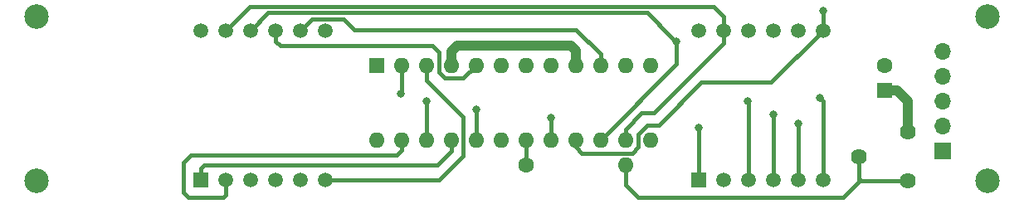
<source format=gbr>
G04 #@! TF.GenerationSoftware,KiCad,Pcbnew,(5.1.6)-1*
G04 #@! TF.CreationDate,2020-08-22T14:04:35+03:00*
G04 #@! TF.ProjectId,MAX7219 THT,4d415837-3231-4392-9054-48542e6b6963,rev?*
G04 #@! TF.SameCoordinates,Original*
G04 #@! TF.FileFunction,Copper,L2,Bot*
G04 #@! TF.FilePolarity,Positive*
%FSLAX46Y46*%
G04 Gerber Fmt 4.6, Leading zero omitted, Abs format (unit mm)*
G04 Created by KiCad (PCBNEW (5.1.6)-1) date 2020-08-22 14:04:35*
%MOMM*%
%LPD*%
G01*
G04 APERTURE LIST*
G04 #@! TA.AperFunction,ComponentPad*
%ADD10O,1.700000X1.700000*%
G04 #@! TD*
G04 #@! TA.AperFunction,ComponentPad*
%ADD11R,1.700000X1.700000*%
G04 #@! TD*
G04 #@! TA.AperFunction,ComponentPad*
%ADD12C,1.500000*%
G04 #@! TD*
G04 #@! TA.AperFunction,ComponentPad*
%ADD13R,1.500000X1.500000*%
G04 #@! TD*
G04 #@! TA.AperFunction,ComponentPad*
%ADD14R,1.600000X1.600000*%
G04 #@! TD*
G04 #@! TA.AperFunction,ComponentPad*
%ADD15C,1.600000*%
G04 #@! TD*
G04 #@! TA.AperFunction,ComponentPad*
%ADD16O,1.600000X1.600000*%
G04 #@! TD*
G04 #@! TA.AperFunction,ComponentPad*
%ADD17C,1.620000*%
G04 #@! TD*
G04 #@! TA.AperFunction,ViaPad*
%ADD18C,2.500000*%
G04 #@! TD*
G04 #@! TA.AperFunction,ViaPad*
%ADD19C,0.800000*%
G04 #@! TD*
G04 #@! TA.AperFunction,Conductor*
%ADD20C,1.000000*%
G04 #@! TD*
G04 #@! TA.AperFunction,Conductor*
%ADD21C,0.400000*%
G04 #@! TD*
G04 APERTURE END LIST*
D10*
X201676000Y-34544000D03*
X201676000Y-37084000D03*
X201676000Y-39624000D03*
X201676000Y-42164000D03*
D11*
X201676000Y-44704000D03*
D12*
X125984000Y-32385000D03*
X128524000Y-32385000D03*
X131064000Y-32385000D03*
X133604000Y-32385000D03*
X136144000Y-32385000D03*
X138684000Y-32385000D03*
X138684000Y-47625000D03*
X136144000Y-47625000D03*
X133604000Y-47625000D03*
X131064000Y-47625000D03*
X128524000Y-47625000D03*
D13*
X125984000Y-47625000D03*
D14*
X195707000Y-38481000D03*
D15*
X195707000Y-35981000D03*
X159131000Y-46101000D03*
D16*
X169291000Y-46101000D03*
D17*
X198120000Y-42752000D03*
X193120000Y-45252000D03*
X198120000Y-47752000D03*
D14*
X143891000Y-35941000D03*
D16*
X171831000Y-43561000D03*
X146431000Y-35941000D03*
X169291000Y-43561000D03*
X148971000Y-35941000D03*
X166751000Y-43561000D03*
X151511000Y-35941000D03*
X164211000Y-43561000D03*
X154051000Y-35941000D03*
X161671000Y-43561000D03*
X156591000Y-35941000D03*
X159131000Y-43561000D03*
X159131000Y-35941000D03*
X156591000Y-43561000D03*
X161671000Y-35941000D03*
X154051000Y-43561000D03*
X164211000Y-35941000D03*
X151511000Y-43561000D03*
X166751000Y-35941000D03*
X148971000Y-43561000D03*
X169291000Y-35941000D03*
X146431000Y-43561000D03*
X171831000Y-35941000D03*
X143891000Y-43561000D03*
D13*
X176784000Y-47625000D03*
D12*
X179324000Y-47625000D03*
X181864000Y-47625000D03*
X184404000Y-47625000D03*
X186944000Y-47625000D03*
X189484000Y-47625000D03*
X189484000Y-32385000D03*
X186944000Y-32385000D03*
X184404000Y-32385000D03*
X181864000Y-32385000D03*
X179324000Y-32385000D03*
X176784000Y-32385000D03*
D18*
X206248000Y-30988000D03*
X109220000Y-30988000D03*
X109220000Y-47752000D03*
X206248000Y-47752000D03*
D19*
X146405600Y-38811200D03*
X189102998Y-39243000D03*
X174498000Y-33528000D03*
X189484000Y-30353002D03*
X161671000Y-41275002D03*
X186893200Y-41859200D03*
X154051006Y-40424010D03*
X184403996Y-40944800D03*
X176784000Y-42291000D03*
X181737000Y-39624000D03*
X148971010Y-39624000D03*
D20*
X198120000Y-39624000D02*
X198120000Y-42752000D01*
X195707000Y-38481000D02*
X196977000Y-38481000D01*
X196977000Y-38481000D02*
X198120000Y-39624000D01*
X151511000Y-35941000D02*
X151511000Y-34544000D01*
X151511000Y-34544000D02*
X152146000Y-33909000D01*
X152146000Y-33909000D02*
X163703000Y-33909000D01*
X164211000Y-34417000D02*
X164211000Y-35941000D01*
X163703000Y-33909000D02*
X164211000Y-34417000D01*
D21*
X159131000Y-43561000D02*
X159131000Y-46101000D01*
X193120000Y-47545000D02*
X193120000Y-45252000D01*
X193167000Y-47592000D02*
X193120000Y-47545000D01*
X198120000Y-47752000D02*
X193167000Y-47752000D01*
X193167000Y-47752000D02*
X193167000Y-47592000D01*
X193120000Y-47799000D02*
X193120000Y-47545000D01*
X191516000Y-49403000D02*
X193120000Y-47799000D01*
X170561000Y-49403000D02*
X191516000Y-49403000D01*
X169291000Y-46101000D02*
X169291000Y-48133000D01*
X169291000Y-48133000D02*
X170561000Y-49403000D01*
X189484000Y-39624002D02*
X189102998Y-39243000D01*
X189484000Y-47625000D02*
X189484000Y-39624002D01*
X146431000Y-38785800D02*
X146405600Y-38811200D01*
X146431000Y-35941000D02*
X146431000Y-38785800D01*
X169291000Y-42443400D02*
X169291000Y-43561000D01*
X170967400Y-40767000D02*
X169291000Y-42443400D01*
X172212000Y-40767000D02*
X170967400Y-40767000D01*
X179324000Y-32385000D02*
X179324000Y-33655000D01*
X179324000Y-33655000D02*
X172212000Y-40767000D01*
X179324000Y-30988000D02*
X179324000Y-32385000D01*
X178275010Y-29939010D02*
X179324000Y-30988000D01*
X128524000Y-32385000D02*
X130969990Y-29939010D01*
X130969990Y-29939010D02*
X178275010Y-29939010D01*
X150241000Y-47625000D02*
X138684000Y-47625000D01*
X152711001Y-45154999D02*
X150241000Y-47625000D01*
X152711001Y-41205001D02*
X152711001Y-45154999D01*
X148971000Y-35941000D02*
X148971000Y-37465000D01*
X148971000Y-37465000D02*
X152711001Y-41205001D01*
X166751000Y-43561000D02*
X174498000Y-35814000D01*
X174498000Y-34093685D02*
X174498000Y-33528000D01*
X174498000Y-35814000D02*
X174498000Y-34093685D01*
X174098001Y-33128001D02*
X174498000Y-33528000D01*
X171551600Y-30581600D02*
X174098001Y-33128001D01*
X131064000Y-32385000D02*
X132867400Y-30581600D01*
X132867400Y-30581600D02*
X171551600Y-30581600D01*
X189484000Y-32385000D02*
X189484000Y-30353002D01*
X164211000Y-44272200D02*
X164211000Y-43561000D01*
X164839799Y-44900999D02*
X164211000Y-44272200D01*
X184175400Y-37693600D02*
X177038000Y-37693600D01*
X189484000Y-32385000D02*
X184175400Y-37693600D01*
X170586400Y-44297600D02*
X169983001Y-44900999D01*
X177038000Y-37693600D02*
X172669200Y-42062400D01*
X169983001Y-44900999D02*
X164839799Y-44900999D01*
X172669200Y-42062400D02*
X171553598Y-42062400D01*
X171553598Y-42062400D02*
X170586400Y-43029598D01*
X170586400Y-43029598D02*
X170586400Y-44297600D01*
X133604000Y-33477200D02*
X133604000Y-32385000D01*
X134061200Y-33934400D02*
X133604000Y-33477200D01*
X152755600Y-37236400D02*
X150876000Y-37236400D01*
X154051000Y-35941000D02*
X152755600Y-37236400D01*
X150876000Y-37236400D02*
X150310999Y-36671399D01*
X150310999Y-36671399D02*
X150310999Y-34639399D01*
X150310999Y-34639399D02*
X149606000Y-33934400D01*
X149606000Y-33934400D02*
X134061200Y-33934400D01*
X161671000Y-43561000D02*
X161671000Y-41275002D01*
X186893200Y-47574200D02*
X186944000Y-47625000D01*
X186893200Y-41859200D02*
X186893200Y-47574200D01*
X154051000Y-43561000D02*
X154051000Y-40424016D01*
X154051000Y-40424016D02*
X154051006Y-40424010D01*
X184404000Y-40944804D02*
X184403996Y-40944800D01*
X184404000Y-47625000D02*
X184404000Y-40944804D01*
X176784000Y-47625000D02*
X176784000Y-42291000D01*
X125984000Y-46475000D02*
X125984000Y-47625000D01*
X126319998Y-46139002D02*
X125984000Y-46475000D01*
X150075998Y-46139002D02*
X126319998Y-46139002D01*
X151511000Y-43561000D02*
X151511000Y-44704000D01*
X151511000Y-44704000D02*
X150075998Y-46139002D01*
X166751000Y-34809630D02*
X166751000Y-35941000D01*
X164250170Y-32308800D02*
X166751000Y-34809630D01*
X141630400Y-32308800D02*
X164250170Y-32308800D01*
X140556599Y-31234999D02*
X141630400Y-32308800D01*
X136144000Y-32385000D02*
X137294001Y-31234999D01*
X137294001Y-31234999D02*
X140556599Y-31234999D01*
X181864000Y-47625000D02*
X181864000Y-39751000D01*
X181864000Y-39751000D02*
X181737000Y-39624000D01*
X148971000Y-39624010D02*
X148971010Y-39624000D01*
X148971000Y-43561000D02*
X148971000Y-39624010D01*
X145923006Y-45084994D02*
X146431000Y-44577000D01*
X128524000Y-49149000D02*
X128270000Y-49403000D01*
X128524000Y-47625000D02*
X128524000Y-49149000D01*
X146431000Y-44577000D02*
X146431000Y-43561000D01*
X128270000Y-49403000D02*
X124714000Y-49403000D01*
X124714000Y-49403000D02*
X124206000Y-48895000D01*
X124968006Y-45084994D02*
X145923006Y-45084994D01*
X124206000Y-48895000D02*
X124206000Y-45847000D01*
X124206000Y-45847000D02*
X124968006Y-45084994D01*
M02*

</source>
